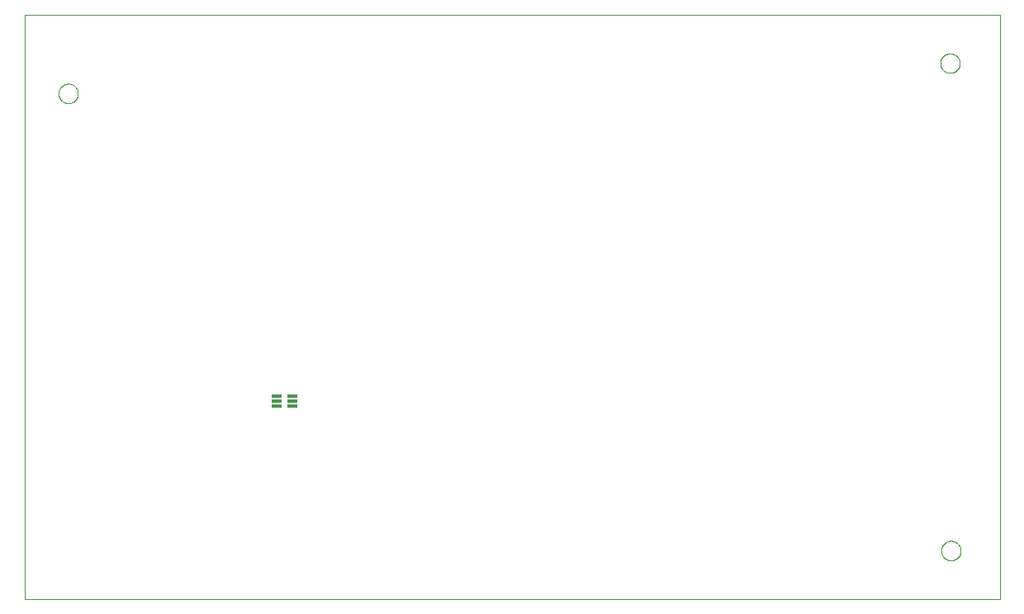
<source format=gbp>
G75*
%MOIN*%
%OFA0B0*%
%FSLAX25Y25*%
%IPPOS*%
%LPD*%
%AMOC8*
5,1,8,0,0,1.08239X$1,22.5*
%
%ADD10C,0.00000*%
%ADD11R,0.03898X0.01181*%
D10*
X0031328Y0025816D02*
X0031328Y0262036D01*
X0425028Y0262036D01*
X0425028Y0025816D01*
X0031328Y0025816D01*
X0045107Y0230146D02*
X0045109Y0230271D01*
X0045115Y0230396D01*
X0045125Y0230520D01*
X0045139Y0230644D01*
X0045156Y0230768D01*
X0045178Y0230891D01*
X0045204Y0231013D01*
X0045233Y0231135D01*
X0045266Y0231255D01*
X0045304Y0231374D01*
X0045344Y0231493D01*
X0045389Y0231609D01*
X0045437Y0231724D01*
X0045489Y0231838D01*
X0045545Y0231950D01*
X0045604Y0232060D01*
X0045666Y0232168D01*
X0045732Y0232275D01*
X0045801Y0232379D01*
X0045874Y0232480D01*
X0045949Y0232580D01*
X0046028Y0232677D01*
X0046110Y0232771D01*
X0046195Y0232863D01*
X0046282Y0232952D01*
X0046373Y0233038D01*
X0046466Y0233121D01*
X0046562Y0233202D01*
X0046660Y0233279D01*
X0046760Y0233353D01*
X0046863Y0233424D01*
X0046968Y0233491D01*
X0047076Y0233556D01*
X0047185Y0233616D01*
X0047296Y0233674D01*
X0047409Y0233727D01*
X0047523Y0233777D01*
X0047639Y0233824D01*
X0047756Y0233866D01*
X0047875Y0233905D01*
X0047995Y0233941D01*
X0048116Y0233972D01*
X0048238Y0234000D01*
X0048360Y0234023D01*
X0048484Y0234043D01*
X0048608Y0234059D01*
X0048732Y0234071D01*
X0048857Y0234079D01*
X0048982Y0234083D01*
X0049106Y0234083D01*
X0049231Y0234079D01*
X0049356Y0234071D01*
X0049480Y0234059D01*
X0049604Y0234043D01*
X0049728Y0234023D01*
X0049850Y0234000D01*
X0049972Y0233972D01*
X0050093Y0233941D01*
X0050213Y0233905D01*
X0050332Y0233866D01*
X0050449Y0233824D01*
X0050565Y0233777D01*
X0050679Y0233727D01*
X0050792Y0233674D01*
X0050903Y0233616D01*
X0051013Y0233556D01*
X0051120Y0233491D01*
X0051225Y0233424D01*
X0051328Y0233353D01*
X0051428Y0233279D01*
X0051526Y0233202D01*
X0051622Y0233121D01*
X0051715Y0233038D01*
X0051806Y0232952D01*
X0051893Y0232863D01*
X0051978Y0232771D01*
X0052060Y0232677D01*
X0052139Y0232580D01*
X0052214Y0232480D01*
X0052287Y0232379D01*
X0052356Y0232275D01*
X0052422Y0232168D01*
X0052484Y0232060D01*
X0052543Y0231950D01*
X0052599Y0231838D01*
X0052651Y0231724D01*
X0052699Y0231609D01*
X0052744Y0231493D01*
X0052784Y0231374D01*
X0052822Y0231255D01*
X0052855Y0231135D01*
X0052884Y0231013D01*
X0052910Y0230891D01*
X0052932Y0230768D01*
X0052949Y0230644D01*
X0052963Y0230520D01*
X0052973Y0230396D01*
X0052979Y0230271D01*
X0052981Y0230146D01*
X0052979Y0230021D01*
X0052973Y0229896D01*
X0052963Y0229772D01*
X0052949Y0229648D01*
X0052932Y0229524D01*
X0052910Y0229401D01*
X0052884Y0229279D01*
X0052855Y0229157D01*
X0052822Y0229037D01*
X0052784Y0228918D01*
X0052744Y0228799D01*
X0052699Y0228683D01*
X0052651Y0228568D01*
X0052599Y0228454D01*
X0052543Y0228342D01*
X0052484Y0228232D01*
X0052422Y0228124D01*
X0052356Y0228017D01*
X0052287Y0227913D01*
X0052214Y0227812D01*
X0052139Y0227712D01*
X0052060Y0227615D01*
X0051978Y0227521D01*
X0051893Y0227429D01*
X0051806Y0227340D01*
X0051715Y0227254D01*
X0051622Y0227171D01*
X0051526Y0227090D01*
X0051428Y0227013D01*
X0051328Y0226939D01*
X0051225Y0226868D01*
X0051120Y0226801D01*
X0051012Y0226736D01*
X0050903Y0226676D01*
X0050792Y0226618D01*
X0050679Y0226565D01*
X0050565Y0226515D01*
X0050449Y0226468D01*
X0050332Y0226426D01*
X0050213Y0226387D01*
X0050093Y0226351D01*
X0049972Y0226320D01*
X0049850Y0226292D01*
X0049728Y0226269D01*
X0049604Y0226249D01*
X0049480Y0226233D01*
X0049356Y0226221D01*
X0049231Y0226213D01*
X0049106Y0226209D01*
X0048982Y0226209D01*
X0048857Y0226213D01*
X0048732Y0226221D01*
X0048608Y0226233D01*
X0048484Y0226249D01*
X0048360Y0226269D01*
X0048238Y0226292D01*
X0048116Y0226320D01*
X0047995Y0226351D01*
X0047875Y0226387D01*
X0047756Y0226426D01*
X0047639Y0226468D01*
X0047523Y0226515D01*
X0047409Y0226565D01*
X0047296Y0226618D01*
X0047185Y0226676D01*
X0047075Y0226736D01*
X0046968Y0226801D01*
X0046863Y0226868D01*
X0046760Y0226939D01*
X0046660Y0227013D01*
X0046562Y0227090D01*
X0046466Y0227171D01*
X0046373Y0227254D01*
X0046282Y0227340D01*
X0046195Y0227429D01*
X0046110Y0227521D01*
X0046028Y0227615D01*
X0045949Y0227712D01*
X0045874Y0227812D01*
X0045801Y0227913D01*
X0045732Y0228017D01*
X0045666Y0228124D01*
X0045604Y0228232D01*
X0045545Y0228342D01*
X0045489Y0228454D01*
X0045437Y0228568D01*
X0045389Y0228683D01*
X0045344Y0228799D01*
X0045304Y0228918D01*
X0045266Y0229037D01*
X0045233Y0229157D01*
X0045204Y0229279D01*
X0045178Y0229401D01*
X0045156Y0229524D01*
X0045139Y0229648D01*
X0045125Y0229772D01*
X0045115Y0229896D01*
X0045109Y0230021D01*
X0045107Y0230146D01*
X0401013Y0242351D02*
X0401015Y0242476D01*
X0401021Y0242601D01*
X0401031Y0242725D01*
X0401045Y0242849D01*
X0401062Y0242973D01*
X0401084Y0243096D01*
X0401110Y0243218D01*
X0401139Y0243340D01*
X0401172Y0243460D01*
X0401210Y0243579D01*
X0401250Y0243698D01*
X0401295Y0243814D01*
X0401343Y0243929D01*
X0401395Y0244043D01*
X0401451Y0244155D01*
X0401510Y0244265D01*
X0401572Y0244373D01*
X0401638Y0244480D01*
X0401707Y0244584D01*
X0401780Y0244685D01*
X0401855Y0244785D01*
X0401934Y0244882D01*
X0402016Y0244976D01*
X0402101Y0245068D01*
X0402188Y0245157D01*
X0402279Y0245243D01*
X0402372Y0245326D01*
X0402468Y0245407D01*
X0402566Y0245484D01*
X0402666Y0245558D01*
X0402769Y0245629D01*
X0402874Y0245696D01*
X0402982Y0245761D01*
X0403091Y0245821D01*
X0403202Y0245879D01*
X0403315Y0245932D01*
X0403429Y0245982D01*
X0403545Y0246029D01*
X0403662Y0246071D01*
X0403781Y0246110D01*
X0403901Y0246146D01*
X0404022Y0246177D01*
X0404144Y0246205D01*
X0404266Y0246228D01*
X0404390Y0246248D01*
X0404514Y0246264D01*
X0404638Y0246276D01*
X0404763Y0246284D01*
X0404888Y0246288D01*
X0405012Y0246288D01*
X0405137Y0246284D01*
X0405262Y0246276D01*
X0405386Y0246264D01*
X0405510Y0246248D01*
X0405634Y0246228D01*
X0405756Y0246205D01*
X0405878Y0246177D01*
X0405999Y0246146D01*
X0406119Y0246110D01*
X0406238Y0246071D01*
X0406355Y0246029D01*
X0406471Y0245982D01*
X0406585Y0245932D01*
X0406698Y0245879D01*
X0406809Y0245821D01*
X0406919Y0245761D01*
X0407026Y0245696D01*
X0407131Y0245629D01*
X0407234Y0245558D01*
X0407334Y0245484D01*
X0407432Y0245407D01*
X0407528Y0245326D01*
X0407621Y0245243D01*
X0407712Y0245157D01*
X0407799Y0245068D01*
X0407884Y0244976D01*
X0407966Y0244882D01*
X0408045Y0244785D01*
X0408120Y0244685D01*
X0408193Y0244584D01*
X0408262Y0244480D01*
X0408328Y0244373D01*
X0408390Y0244265D01*
X0408449Y0244155D01*
X0408505Y0244043D01*
X0408557Y0243929D01*
X0408605Y0243814D01*
X0408650Y0243698D01*
X0408690Y0243579D01*
X0408728Y0243460D01*
X0408761Y0243340D01*
X0408790Y0243218D01*
X0408816Y0243096D01*
X0408838Y0242973D01*
X0408855Y0242849D01*
X0408869Y0242725D01*
X0408879Y0242601D01*
X0408885Y0242476D01*
X0408887Y0242351D01*
X0408885Y0242226D01*
X0408879Y0242101D01*
X0408869Y0241977D01*
X0408855Y0241853D01*
X0408838Y0241729D01*
X0408816Y0241606D01*
X0408790Y0241484D01*
X0408761Y0241362D01*
X0408728Y0241242D01*
X0408690Y0241123D01*
X0408650Y0241004D01*
X0408605Y0240888D01*
X0408557Y0240773D01*
X0408505Y0240659D01*
X0408449Y0240547D01*
X0408390Y0240437D01*
X0408328Y0240329D01*
X0408262Y0240222D01*
X0408193Y0240118D01*
X0408120Y0240017D01*
X0408045Y0239917D01*
X0407966Y0239820D01*
X0407884Y0239726D01*
X0407799Y0239634D01*
X0407712Y0239545D01*
X0407621Y0239459D01*
X0407528Y0239376D01*
X0407432Y0239295D01*
X0407334Y0239218D01*
X0407234Y0239144D01*
X0407131Y0239073D01*
X0407026Y0239006D01*
X0406918Y0238941D01*
X0406809Y0238881D01*
X0406698Y0238823D01*
X0406585Y0238770D01*
X0406471Y0238720D01*
X0406355Y0238673D01*
X0406238Y0238631D01*
X0406119Y0238592D01*
X0405999Y0238556D01*
X0405878Y0238525D01*
X0405756Y0238497D01*
X0405634Y0238474D01*
X0405510Y0238454D01*
X0405386Y0238438D01*
X0405262Y0238426D01*
X0405137Y0238418D01*
X0405012Y0238414D01*
X0404888Y0238414D01*
X0404763Y0238418D01*
X0404638Y0238426D01*
X0404514Y0238438D01*
X0404390Y0238454D01*
X0404266Y0238474D01*
X0404144Y0238497D01*
X0404022Y0238525D01*
X0403901Y0238556D01*
X0403781Y0238592D01*
X0403662Y0238631D01*
X0403545Y0238673D01*
X0403429Y0238720D01*
X0403315Y0238770D01*
X0403202Y0238823D01*
X0403091Y0238881D01*
X0402981Y0238941D01*
X0402874Y0239006D01*
X0402769Y0239073D01*
X0402666Y0239144D01*
X0402566Y0239218D01*
X0402468Y0239295D01*
X0402372Y0239376D01*
X0402279Y0239459D01*
X0402188Y0239545D01*
X0402101Y0239634D01*
X0402016Y0239726D01*
X0401934Y0239820D01*
X0401855Y0239917D01*
X0401780Y0240017D01*
X0401707Y0240118D01*
X0401638Y0240222D01*
X0401572Y0240329D01*
X0401510Y0240437D01*
X0401451Y0240547D01*
X0401395Y0240659D01*
X0401343Y0240773D01*
X0401295Y0240888D01*
X0401250Y0241004D01*
X0401210Y0241123D01*
X0401172Y0241242D01*
X0401139Y0241362D01*
X0401110Y0241484D01*
X0401084Y0241606D01*
X0401062Y0241729D01*
X0401045Y0241853D01*
X0401031Y0241977D01*
X0401021Y0242101D01*
X0401015Y0242226D01*
X0401013Y0242351D01*
X0401406Y0045501D02*
X0401408Y0045626D01*
X0401414Y0045751D01*
X0401424Y0045875D01*
X0401438Y0045999D01*
X0401455Y0046123D01*
X0401477Y0046246D01*
X0401503Y0046368D01*
X0401532Y0046490D01*
X0401565Y0046610D01*
X0401603Y0046729D01*
X0401643Y0046848D01*
X0401688Y0046964D01*
X0401736Y0047079D01*
X0401788Y0047193D01*
X0401844Y0047305D01*
X0401903Y0047415D01*
X0401965Y0047523D01*
X0402031Y0047630D01*
X0402100Y0047734D01*
X0402173Y0047835D01*
X0402248Y0047935D01*
X0402327Y0048032D01*
X0402409Y0048126D01*
X0402494Y0048218D01*
X0402581Y0048307D01*
X0402672Y0048393D01*
X0402765Y0048476D01*
X0402861Y0048557D01*
X0402959Y0048634D01*
X0403059Y0048708D01*
X0403162Y0048779D01*
X0403267Y0048846D01*
X0403375Y0048911D01*
X0403484Y0048971D01*
X0403595Y0049029D01*
X0403708Y0049082D01*
X0403822Y0049132D01*
X0403938Y0049179D01*
X0404055Y0049221D01*
X0404174Y0049260D01*
X0404294Y0049296D01*
X0404415Y0049327D01*
X0404537Y0049355D01*
X0404659Y0049378D01*
X0404783Y0049398D01*
X0404907Y0049414D01*
X0405031Y0049426D01*
X0405156Y0049434D01*
X0405281Y0049438D01*
X0405405Y0049438D01*
X0405530Y0049434D01*
X0405655Y0049426D01*
X0405779Y0049414D01*
X0405903Y0049398D01*
X0406027Y0049378D01*
X0406149Y0049355D01*
X0406271Y0049327D01*
X0406392Y0049296D01*
X0406512Y0049260D01*
X0406631Y0049221D01*
X0406748Y0049179D01*
X0406864Y0049132D01*
X0406978Y0049082D01*
X0407091Y0049029D01*
X0407202Y0048971D01*
X0407312Y0048911D01*
X0407419Y0048846D01*
X0407524Y0048779D01*
X0407627Y0048708D01*
X0407727Y0048634D01*
X0407825Y0048557D01*
X0407921Y0048476D01*
X0408014Y0048393D01*
X0408105Y0048307D01*
X0408192Y0048218D01*
X0408277Y0048126D01*
X0408359Y0048032D01*
X0408438Y0047935D01*
X0408513Y0047835D01*
X0408586Y0047734D01*
X0408655Y0047630D01*
X0408721Y0047523D01*
X0408783Y0047415D01*
X0408842Y0047305D01*
X0408898Y0047193D01*
X0408950Y0047079D01*
X0408998Y0046964D01*
X0409043Y0046848D01*
X0409083Y0046729D01*
X0409121Y0046610D01*
X0409154Y0046490D01*
X0409183Y0046368D01*
X0409209Y0046246D01*
X0409231Y0046123D01*
X0409248Y0045999D01*
X0409262Y0045875D01*
X0409272Y0045751D01*
X0409278Y0045626D01*
X0409280Y0045501D01*
X0409278Y0045376D01*
X0409272Y0045251D01*
X0409262Y0045127D01*
X0409248Y0045003D01*
X0409231Y0044879D01*
X0409209Y0044756D01*
X0409183Y0044634D01*
X0409154Y0044512D01*
X0409121Y0044392D01*
X0409083Y0044273D01*
X0409043Y0044154D01*
X0408998Y0044038D01*
X0408950Y0043923D01*
X0408898Y0043809D01*
X0408842Y0043697D01*
X0408783Y0043587D01*
X0408721Y0043479D01*
X0408655Y0043372D01*
X0408586Y0043268D01*
X0408513Y0043167D01*
X0408438Y0043067D01*
X0408359Y0042970D01*
X0408277Y0042876D01*
X0408192Y0042784D01*
X0408105Y0042695D01*
X0408014Y0042609D01*
X0407921Y0042526D01*
X0407825Y0042445D01*
X0407727Y0042368D01*
X0407627Y0042294D01*
X0407524Y0042223D01*
X0407419Y0042156D01*
X0407311Y0042091D01*
X0407202Y0042031D01*
X0407091Y0041973D01*
X0406978Y0041920D01*
X0406864Y0041870D01*
X0406748Y0041823D01*
X0406631Y0041781D01*
X0406512Y0041742D01*
X0406392Y0041706D01*
X0406271Y0041675D01*
X0406149Y0041647D01*
X0406027Y0041624D01*
X0405903Y0041604D01*
X0405779Y0041588D01*
X0405655Y0041576D01*
X0405530Y0041568D01*
X0405405Y0041564D01*
X0405281Y0041564D01*
X0405156Y0041568D01*
X0405031Y0041576D01*
X0404907Y0041588D01*
X0404783Y0041604D01*
X0404659Y0041624D01*
X0404537Y0041647D01*
X0404415Y0041675D01*
X0404294Y0041706D01*
X0404174Y0041742D01*
X0404055Y0041781D01*
X0403938Y0041823D01*
X0403822Y0041870D01*
X0403708Y0041920D01*
X0403595Y0041973D01*
X0403484Y0042031D01*
X0403374Y0042091D01*
X0403267Y0042156D01*
X0403162Y0042223D01*
X0403059Y0042294D01*
X0402959Y0042368D01*
X0402861Y0042445D01*
X0402765Y0042526D01*
X0402672Y0042609D01*
X0402581Y0042695D01*
X0402494Y0042784D01*
X0402409Y0042876D01*
X0402327Y0042970D01*
X0402248Y0043067D01*
X0402173Y0043167D01*
X0402100Y0043268D01*
X0402031Y0043372D01*
X0401965Y0043479D01*
X0401903Y0043587D01*
X0401844Y0043697D01*
X0401788Y0043809D01*
X0401736Y0043923D01*
X0401688Y0044038D01*
X0401643Y0044154D01*
X0401603Y0044273D01*
X0401565Y0044392D01*
X0401532Y0044512D01*
X0401503Y0044634D01*
X0401477Y0044756D01*
X0401455Y0044879D01*
X0401438Y0045003D01*
X0401424Y0045127D01*
X0401414Y0045251D01*
X0401408Y0045376D01*
X0401406Y0045501D01*
D11*
X0139556Y0103926D03*
X0139556Y0105894D03*
X0139556Y0107863D03*
X0133217Y0107863D03*
X0133217Y0105894D03*
X0133217Y0103926D03*
M02*

</source>
